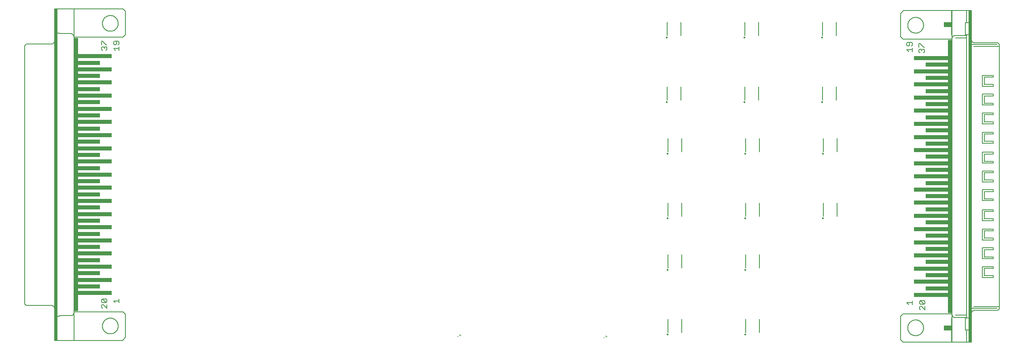
<source format=gto>
G75*
%MOIN*%
%OFA0B0*%
%FSLAX25Y25*%
%IPPOS*%
%LPD*%
%AMOC8*
5,1,8,0,0,1.08239X$1,22.5*
%
%ADD10C,0.00800*%
%ADD11C,0.01575*%
%ADD12C,0.00600*%
%ADD13C,0.00500*%
%ADD14R,0.03000X2.25000*%
%ADD15R,0.02000X2.74000*%
%ADD16R,0.28500X0.03200*%
%ADD17R,0.18500X0.03200*%
%ADD18R,0.09500X0.01000*%
%ADD19R,0.06500X0.04000*%
%ADD20C,0.00250*%
%ADD21C,0.00984*%
D10*
X0590485Y0017038D02*
X0590485Y0028062D01*
X0601705Y0028062D02*
X0601705Y0017038D01*
X0654485Y0017038D02*
X0654485Y0028062D01*
X0665705Y0028062D02*
X0665705Y0017038D01*
X0665705Y0070538D02*
X0665705Y0081562D01*
X0654485Y0081562D02*
X0654485Y0070538D01*
X0601705Y0070538D02*
X0601705Y0081562D01*
X0590485Y0081562D02*
X0590485Y0070538D01*
X0590485Y0113038D02*
X0590485Y0124062D01*
X0601705Y0124062D02*
X0601705Y0113038D01*
X0654485Y0113038D02*
X0654485Y0124062D01*
X0665705Y0124062D02*
X0665705Y0113038D01*
X0718485Y0113038D02*
X0718485Y0124062D01*
X0729705Y0124062D02*
X0729705Y0113038D01*
X0729705Y0166538D02*
X0729705Y0177562D01*
X0718485Y0177562D02*
X0718485Y0166538D01*
X0665705Y0166538D02*
X0665705Y0177562D01*
X0654485Y0177562D02*
X0654485Y0166538D01*
X0601705Y0166538D02*
X0601705Y0177562D01*
X0590485Y0177562D02*
X0590485Y0166538D01*
X0589985Y0209038D02*
X0589985Y0220062D01*
X0601205Y0220062D02*
X0601205Y0209038D01*
X0653985Y0209038D02*
X0653985Y0220062D01*
X0665205Y0220062D02*
X0665205Y0209038D01*
X0717985Y0209038D02*
X0717985Y0220062D01*
X0729205Y0220062D02*
X0729205Y0209038D01*
X0729205Y0262538D02*
X0729205Y0273562D01*
X0717985Y0273562D02*
X0717985Y0262538D01*
X0665205Y0262538D02*
X0665205Y0273562D01*
X0653985Y0273562D02*
X0653985Y0262538D01*
X0601205Y0262538D02*
X0601205Y0273562D01*
X0589985Y0273562D02*
X0589985Y0262538D01*
D11*
X0589690Y0260963D03*
X0653690Y0260963D03*
X0717690Y0260963D03*
X0717690Y0207463D03*
X0653690Y0207463D03*
X0589690Y0207463D03*
X0590190Y0164963D03*
X0654190Y0164963D03*
X0718190Y0164963D03*
X0718190Y0111463D03*
X0654190Y0111463D03*
X0590190Y0111463D03*
X0590190Y0068963D03*
X0654190Y0068963D03*
X0654190Y0015463D03*
X0590190Y0015463D03*
D12*
X0085095Y0010550D02*
X0085095Y0041050D01*
X0085095Y0254050D01*
X0085095Y0284550D01*
X0087095Y0284550D01*
X0087095Y0274550D01*
X0087095Y0264550D01*
X0089095Y0264550D01*
X0089095Y0264050D01*
X0098595Y0264050D01*
X0098693Y0264048D01*
X0098791Y0264042D01*
X0098889Y0264033D01*
X0098986Y0264019D01*
X0099083Y0264002D01*
X0099179Y0263981D01*
X0099274Y0263956D01*
X0099368Y0263928D01*
X0099460Y0263895D01*
X0099552Y0263860D01*
X0099642Y0263820D01*
X0099730Y0263778D01*
X0099817Y0263731D01*
X0099901Y0263682D01*
X0099984Y0263629D01*
X0100064Y0263573D01*
X0100143Y0263513D01*
X0100219Y0263451D01*
X0100292Y0263386D01*
X0100363Y0263318D01*
X0100431Y0263247D01*
X0100496Y0263174D01*
X0100558Y0263098D01*
X0100618Y0263019D01*
X0100674Y0262939D01*
X0100727Y0262856D01*
X0100776Y0262772D01*
X0100823Y0262685D01*
X0100865Y0262597D01*
X0100905Y0262507D01*
X0100940Y0262415D01*
X0100973Y0262323D01*
X0101001Y0262229D01*
X0101026Y0262134D01*
X0101047Y0262038D01*
X0101064Y0261941D01*
X0101078Y0261844D01*
X0101087Y0261746D01*
X0101093Y0261648D01*
X0101095Y0261550D01*
X0101095Y0261050D02*
X0141595Y0261050D01*
X0143595Y0263050D01*
X0143595Y0282550D01*
X0141595Y0284550D01*
X0101595Y0284550D01*
X0101095Y0284550D01*
X0101095Y0264550D01*
X0101095Y0261050D01*
X0101095Y0260050D01*
X0104095Y0260050D01*
X0104095Y0035050D01*
X0101095Y0035050D01*
X0101095Y0260050D01*
X0087095Y0264550D02*
X0087095Y0030550D01*
X0089095Y0030550D01*
X0089095Y0031050D01*
X0098595Y0031050D01*
X0098693Y0031052D01*
X0098791Y0031058D01*
X0098889Y0031067D01*
X0098986Y0031081D01*
X0099083Y0031098D01*
X0099179Y0031119D01*
X0099274Y0031144D01*
X0099368Y0031172D01*
X0099460Y0031205D01*
X0099552Y0031240D01*
X0099642Y0031280D01*
X0099730Y0031322D01*
X0099817Y0031369D01*
X0099901Y0031418D01*
X0099984Y0031471D01*
X0100064Y0031527D01*
X0100143Y0031587D01*
X0100219Y0031649D01*
X0100292Y0031714D01*
X0100363Y0031782D01*
X0100431Y0031853D01*
X0100496Y0031926D01*
X0100558Y0032002D01*
X0100618Y0032081D01*
X0100674Y0032161D01*
X0100727Y0032244D01*
X0100776Y0032328D01*
X0100823Y0032415D01*
X0100865Y0032503D01*
X0100905Y0032593D01*
X0100940Y0032685D01*
X0100973Y0032777D01*
X0101001Y0032871D01*
X0101026Y0032966D01*
X0101047Y0033062D01*
X0101064Y0033159D01*
X0101078Y0033256D01*
X0101087Y0033354D01*
X0101093Y0033452D01*
X0101095Y0033550D01*
X0101095Y0034050D02*
X0141595Y0034050D01*
X0143595Y0032050D01*
X0143595Y0013050D01*
X0141095Y0010550D01*
X0101595Y0010550D01*
X0101095Y0010550D01*
X0089095Y0010550D01*
X0087095Y0010550D01*
X0087095Y0020550D01*
X0087095Y0030550D01*
X0085095Y0037050D02*
X0085093Y0037148D01*
X0085087Y0037246D01*
X0085078Y0037344D01*
X0085064Y0037441D01*
X0085047Y0037538D01*
X0085026Y0037634D01*
X0085001Y0037729D01*
X0084973Y0037823D01*
X0084940Y0037915D01*
X0084905Y0038007D01*
X0084865Y0038097D01*
X0084823Y0038185D01*
X0084776Y0038272D01*
X0084727Y0038356D01*
X0084674Y0038439D01*
X0084618Y0038519D01*
X0084558Y0038598D01*
X0084496Y0038674D01*
X0084431Y0038747D01*
X0084363Y0038818D01*
X0084292Y0038886D01*
X0084219Y0038951D01*
X0084143Y0039013D01*
X0084064Y0039073D01*
X0083984Y0039129D01*
X0083901Y0039182D01*
X0083817Y0039231D01*
X0083730Y0039278D01*
X0083642Y0039320D01*
X0083552Y0039360D01*
X0083460Y0039395D01*
X0083368Y0039428D01*
X0083274Y0039456D01*
X0083179Y0039481D01*
X0083083Y0039502D01*
X0082986Y0039519D01*
X0082889Y0039533D01*
X0082791Y0039542D01*
X0082693Y0039548D01*
X0082595Y0039550D01*
X0062595Y0039550D01*
X0062508Y0039552D01*
X0062421Y0039558D01*
X0062334Y0039567D01*
X0062248Y0039580D01*
X0062162Y0039597D01*
X0062077Y0039618D01*
X0061994Y0039643D01*
X0061911Y0039671D01*
X0061830Y0039702D01*
X0061750Y0039737D01*
X0061672Y0039776D01*
X0061595Y0039818D01*
X0061520Y0039863D01*
X0061448Y0039912D01*
X0061377Y0039963D01*
X0061309Y0040018D01*
X0061244Y0040075D01*
X0061181Y0040136D01*
X0061120Y0040199D01*
X0061063Y0040264D01*
X0061008Y0040332D01*
X0060957Y0040403D01*
X0060908Y0040475D01*
X0060863Y0040550D01*
X0060821Y0040627D01*
X0060782Y0040705D01*
X0060747Y0040785D01*
X0060716Y0040866D01*
X0060688Y0040949D01*
X0060663Y0041032D01*
X0060642Y0041117D01*
X0060625Y0041203D01*
X0060612Y0041289D01*
X0060603Y0041376D01*
X0060597Y0041463D01*
X0060595Y0041550D01*
X0060595Y0042550D01*
X0060595Y0252550D01*
X0060595Y0253550D01*
X0060597Y0253637D01*
X0060603Y0253724D01*
X0060612Y0253811D01*
X0060625Y0253897D01*
X0060642Y0253983D01*
X0060663Y0254068D01*
X0060688Y0254151D01*
X0060716Y0254234D01*
X0060747Y0254315D01*
X0060782Y0254395D01*
X0060821Y0254473D01*
X0060863Y0254550D01*
X0060908Y0254625D01*
X0060957Y0254697D01*
X0061008Y0254768D01*
X0061063Y0254836D01*
X0061120Y0254901D01*
X0061181Y0254964D01*
X0061244Y0255025D01*
X0061309Y0255082D01*
X0061377Y0255137D01*
X0061448Y0255188D01*
X0061520Y0255237D01*
X0061595Y0255282D01*
X0061672Y0255324D01*
X0061750Y0255363D01*
X0061830Y0255398D01*
X0061911Y0255429D01*
X0061994Y0255457D01*
X0062077Y0255482D01*
X0062162Y0255503D01*
X0062248Y0255520D01*
X0062334Y0255533D01*
X0062421Y0255542D01*
X0062508Y0255548D01*
X0062595Y0255550D01*
X0082595Y0255550D01*
X0082693Y0255552D01*
X0082791Y0255558D01*
X0082889Y0255567D01*
X0082986Y0255581D01*
X0083083Y0255598D01*
X0083179Y0255619D01*
X0083274Y0255644D01*
X0083368Y0255672D01*
X0083460Y0255705D01*
X0083552Y0255740D01*
X0083642Y0255780D01*
X0083730Y0255822D01*
X0083817Y0255869D01*
X0083901Y0255918D01*
X0083984Y0255971D01*
X0084064Y0256027D01*
X0084143Y0256087D01*
X0084219Y0256149D01*
X0084292Y0256214D01*
X0084363Y0256282D01*
X0084431Y0256353D01*
X0084496Y0256426D01*
X0084558Y0256502D01*
X0084618Y0256581D01*
X0084674Y0256661D01*
X0084727Y0256744D01*
X0084776Y0256828D01*
X0084823Y0256915D01*
X0084865Y0257003D01*
X0084905Y0257093D01*
X0084940Y0257185D01*
X0084973Y0257277D01*
X0085001Y0257371D01*
X0085026Y0257466D01*
X0085047Y0257562D01*
X0085064Y0257659D01*
X0085078Y0257756D01*
X0085087Y0257854D01*
X0085093Y0257952D01*
X0085095Y0258050D01*
X0124595Y0272550D02*
X0124597Y0272711D01*
X0124603Y0272871D01*
X0124613Y0273032D01*
X0124627Y0273192D01*
X0124645Y0273352D01*
X0124666Y0273511D01*
X0124692Y0273670D01*
X0124722Y0273828D01*
X0124755Y0273985D01*
X0124793Y0274142D01*
X0124834Y0274297D01*
X0124879Y0274451D01*
X0124928Y0274604D01*
X0124981Y0274756D01*
X0125037Y0274907D01*
X0125098Y0275056D01*
X0125161Y0275204D01*
X0125229Y0275350D01*
X0125300Y0275494D01*
X0125374Y0275636D01*
X0125452Y0275777D01*
X0125534Y0275915D01*
X0125619Y0276052D01*
X0125707Y0276186D01*
X0125799Y0276318D01*
X0125894Y0276448D01*
X0125992Y0276576D01*
X0126093Y0276701D01*
X0126197Y0276823D01*
X0126304Y0276943D01*
X0126414Y0277060D01*
X0126527Y0277175D01*
X0126643Y0277286D01*
X0126762Y0277395D01*
X0126883Y0277500D01*
X0127007Y0277603D01*
X0127133Y0277703D01*
X0127261Y0277799D01*
X0127392Y0277892D01*
X0127526Y0277982D01*
X0127661Y0278069D01*
X0127799Y0278152D01*
X0127938Y0278232D01*
X0128080Y0278308D01*
X0128223Y0278381D01*
X0128368Y0278450D01*
X0128515Y0278516D01*
X0128663Y0278578D01*
X0128813Y0278636D01*
X0128964Y0278691D01*
X0129117Y0278742D01*
X0129271Y0278789D01*
X0129426Y0278832D01*
X0129582Y0278871D01*
X0129738Y0278907D01*
X0129896Y0278938D01*
X0130054Y0278966D01*
X0130213Y0278990D01*
X0130373Y0279010D01*
X0130533Y0279026D01*
X0130693Y0279038D01*
X0130854Y0279046D01*
X0131015Y0279050D01*
X0131175Y0279050D01*
X0131336Y0279046D01*
X0131497Y0279038D01*
X0131657Y0279026D01*
X0131817Y0279010D01*
X0131977Y0278990D01*
X0132136Y0278966D01*
X0132294Y0278938D01*
X0132452Y0278907D01*
X0132608Y0278871D01*
X0132764Y0278832D01*
X0132919Y0278789D01*
X0133073Y0278742D01*
X0133226Y0278691D01*
X0133377Y0278636D01*
X0133527Y0278578D01*
X0133675Y0278516D01*
X0133822Y0278450D01*
X0133967Y0278381D01*
X0134110Y0278308D01*
X0134252Y0278232D01*
X0134391Y0278152D01*
X0134529Y0278069D01*
X0134664Y0277982D01*
X0134798Y0277892D01*
X0134929Y0277799D01*
X0135057Y0277703D01*
X0135183Y0277603D01*
X0135307Y0277500D01*
X0135428Y0277395D01*
X0135547Y0277286D01*
X0135663Y0277175D01*
X0135776Y0277060D01*
X0135886Y0276943D01*
X0135993Y0276823D01*
X0136097Y0276701D01*
X0136198Y0276576D01*
X0136296Y0276448D01*
X0136391Y0276318D01*
X0136483Y0276186D01*
X0136571Y0276052D01*
X0136656Y0275915D01*
X0136738Y0275777D01*
X0136816Y0275636D01*
X0136890Y0275494D01*
X0136961Y0275350D01*
X0137029Y0275204D01*
X0137092Y0275056D01*
X0137153Y0274907D01*
X0137209Y0274756D01*
X0137262Y0274604D01*
X0137311Y0274451D01*
X0137356Y0274297D01*
X0137397Y0274142D01*
X0137435Y0273985D01*
X0137468Y0273828D01*
X0137498Y0273670D01*
X0137524Y0273511D01*
X0137545Y0273352D01*
X0137563Y0273192D01*
X0137577Y0273032D01*
X0137587Y0272871D01*
X0137593Y0272711D01*
X0137595Y0272550D01*
X0137593Y0272389D01*
X0137587Y0272229D01*
X0137577Y0272068D01*
X0137563Y0271908D01*
X0137545Y0271748D01*
X0137524Y0271589D01*
X0137498Y0271430D01*
X0137468Y0271272D01*
X0137435Y0271115D01*
X0137397Y0270958D01*
X0137356Y0270803D01*
X0137311Y0270649D01*
X0137262Y0270496D01*
X0137209Y0270344D01*
X0137153Y0270193D01*
X0137092Y0270044D01*
X0137029Y0269896D01*
X0136961Y0269750D01*
X0136890Y0269606D01*
X0136816Y0269464D01*
X0136738Y0269323D01*
X0136656Y0269185D01*
X0136571Y0269048D01*
X0136483Y0268914D01*
X0136391Y0268782D01*
X0136296Y0268652D01*
X0136198Y0268524D01*
X0136097Y0268399D01*
X0135993Y0268277D01*
X0135886Y0268157D01*
X0135776Y0268040D01*
X0135663Y0267925D01*
X0135547Y0267814D01*
X0135428Y0267705D01*
X0135307Y0267600D01*
X0135183Y0267497D01*
X0135057Y0267397D01*
X0134929Y0267301D01*
X0134798Y0267208D01*
X0134664Y0267118D01*
X0134529Y0267031D01*
X0134391Y0266948D01*
X0134252Y0266868D01*
X0134110Y0266792D01*
X0133967Y0266719D01*
X0133822Y0266650D01*
X0133675Y0266584D01*
X0133527Y0266522D01*
X0133377Y0266464D01*
X0133226Y0266409D01*
X0133073Y0266358D01*
X0132919Y0266311D01*
X0132764Y0266268D01*
X0132608Y0266229D01*
X0132452Y0266193D01*
X0132294Y0266162D01*
X0132136Y0266134D01*
X0131977Y0266110D01*
X0131817Y0266090D01*
X0131657Y0266074D01*
X0131497Y0266062D01*
X0131336Y0266054D01*
X0131175Y0266050D01*
X0131015Y0266050D01*
X0130854Y0266054D01*
X0130693Y0266062D01*
X0130533Y0266074D01*
X0130373Y0266090D01*
X0130213Y0266110D01*
X0130054Y0266134D01*
X0129896Y0266162D01*
X0129738Y0266193D01*
X0129582Y0266229D01*
X0129426Y0266268D01*
X0129271Y0266311D01*
X0129117Y0266358D01*
X0128964Y0266409D01*
X0128813Y0266464D01*
X0128663Y0266522D01*
X0128515Y0266584D01*
X0128368Y0266650D01*
X0128223Y0266719D01*
X0128080Y0266792D01*
X0127938Y0266868D01*
X0127799Y0266948D01*
X0127661Y0267031D01*
X0127526Y0267118D01*
X0127392Y0267208D01*
X0127261Y0267301D01*
X0127133Y0267397D01*
X0127007Y0267497D01*
X0126883Y0267600D01*
X0126762Y0267705D01*
X0126643Y0267814D01*
X0126527Y0267925D01*
X0126414Y0268040D01*
X0126304Y0268157D01*
X0126197Y0268277D01*
X0126093Y0268399D01*
X0125992Y0268524D01*
X0125894Y0268652D01*
X0125799Y0268782D01*
X0125707Y0268914D01*
X0125619Y0269048D01*
X0125534Y0269185D01*
X0125452Y0269323D01*
X0125374Y0269464D01*
X0125300Y0269606D01*
X0125229Y0269750D01*
X0125161Y0269896D01*
X0125098Y0270044D01*
X0125037Y0270193D01*
X0124981Y0270344D01*
X0124928Y0270496D01*
X0124879Y0270649D01*
X0124834Y0270803D01*
X0124793Y0270958D01*
X0124755Y0271115D01*
X0124722Y0271272D01*
X0124692Y0271430D01*
X0124666Y0271589D01*
X0124645Y0271748D01*
X0124627Y0271908D01*
X0124613Y0272068D01*
X0124603Y0272229D01*
X0124597Y0272389D01*
X0124595Y0272550D01*
X0101095Y0284550D02*
X0089095Y0284550D01*
X0087095Y0284550D01*
X0101095Y0035050D02*
X0101095Y0034050D01*
X0101095Y0030550D01*
X0101095Y0010550D01*
X0087095Y0010550D02*
X0085095Y0010550D01*
X0124595Y0022550D02*
X0124597Y0022711D01*
X0124603Y0022871D01*
X0124613Y0023032D01*
X0124627Y0023192D01*
X0124645Y0023352D01*
X0124666Y0023511D01*
X0124692Y0023670D01*
X0124722Y0023828D01*
X0124755Y0023985D01*
X0124793Y0024142D01*
X0124834Y0024297D01*
X0124879Y0024451D01*
X0124928Y0024604D01*
X0124981Y0024756D01*
X0125037Y0024907D01*
X0125098Y0025056D01*
X0125161Y0025204D01*
X0125229Y0025350D01*
X0125300Y0025494D01*
X0125374Y0025636D01*
X0125452Y0025777D01*
X0125534Y0025915D01*
X0125619Y0026052D01*
X0125707Y0026186D01*
X0125799Y0026318D01*
X0125894Y0026448D01*
X0125992Y0026576D01*
X0126093Y0026701D01*
X0126197Y0026823D01*
X0126304Y0026943D01*
X0126414Y0027060D01*
X0126527Y0027175D01*
X0126643Y0027286D01*
X0126762Y0027395D01*
X0126883Y0027500D01*
X0127007Y0027603D01*
X0127133Y0027703D01*
X0127261Y0027799D01*
X0127392Y0027892D01*
X0127526Y0027982D01*
X0127661Y0028069D01*
X0127799Y0028152D01*
X0127938Y0028232D01*
X0128080Y0028308D01*
X0128223Y0028381D01*
X0128368Y0028450D01*
X0128515Y0028516D01*
X0128663Y0028578D01*
X0128813Y0028636D01*
X0128964Y0028691D01*
X0129117Y0028742D01*
X0129271Y0028789D01*
X0129426Y0028832D01*
X0129582Y0028871D01*
X0129738Y0028907D01*
X0129896Y0028938D01*
X0130054Y0028966D01*
X0130213Y0028990D01*
X0130373Y0029010D01*
X0130533Y0029026D01*
X0130693Y0029038D01*
X0130854Y0029046D01*
X0131015Y0029050D01*
X0131175Y0029050D01*
X0131336Y0029046D01*
X0131497Y0029038D01*
X0131657Y0029026D01*
X0131817Y0029010D01*
X0131977Y0028990D01*
X0132136Y0028966D01*
X0132294Y0028938D01*
X0132452Y0028907D01*
X0132608Y0028871D01*
X0132764Y0028832D01*
X0132919Y0028789D01*
X0133073Y0028742D01*
X0133226Y0028691D01*
X0133377Y0028636D01*
X0133527Y0028578D01*
X0133675Y0028516D01*
X0133822Y0028450D01*
X0133967Y0028381D01*
X0134110Y0028308D01*
X0134252Y0028232D01*
X0134391Y0028152D01*
X0134529Y0028069D01*
X0134664Y0027982D01*
X0134798Y0027892D01*
X0134929Y0027799D01*
X0135057Y0027703D01*
X0135183Y0027603D01*
X0135307Y0027500D01*
X0135428Y0027395D01*
X0135547Y0027286D01*
X0135663Y0027175D01*
X0135776Y0027060D01*
X0135886Y0026943D01*
X0135993Y0026823D01*
X0136097Y0026701D01*
X0136198Y0026576D01*
X0136296Y0026448D01*
X0136391Y0026318D01*
X0136483Y0026186D01*
X0136571Y0026052D01*
X0136656Y0025915D01*
X0136738Y0025777D01*
X0136816Y0025636D01*
X0136890Y0025494D01*
X0136961Y0025350D01*
X0137029Y0025204D01*
X0137092Y0025056D01*
X0137153Y0024907D01*
X0137209Y0024756D01*
X0137262Y0024604D01*
X0137311Y0024451D01*
X0137356Y0024297D01*
X0137397Y0024142D01*
X0137435Y0023985D01*
X0137468Y0023828D01*
X0137498Y0023670D01*
X0137524Y0023511D01*
X0137545Y0023352D01*
X0137563Y0023192D01*
X0137577Y0023032D01*
X0137587Y0022871D01*
X0137593Y0022711D01*
X0137595Y0022550D01*
X0137593Y0022389D01*
X0137587Y0022229D01*
X0137577Y0022068D01*
X0137563Y0021908D01*
X0137545Y0021748D01*
X0137524Y0021589D01*
X0137498Y0021430D01*
X0137468Y0021272D01*
X0137435Y0021115D01*
X0137397Y0020958D01*
X0137356Y0020803D01*
X0137311Y0020649D01*
X0137262Y0020496D01*
X0137209Y0020344D01*
X0137153Y0020193D01*
X0137092Y0020044D01*
X0137029Y0019896D01*
X0136961Y0019750D01*
X0136890Y0019606D01*
X0136816Y0019464D01*
X0136738Y0019323D01*
X0136656Y0019185D01*
X0136571Y0019048D01*
X0136483Y0018914D01*
X0136391Y0018782D01*
X0136296Y0018652D01*
X0136198Y0018524D01*
X0136097Y0018399D01*
X0135993Y0018277D01*
X0135886Y0018157D01*
X0135776Y0018040D01*
X0135663Y0017925D01*
X0135547Y0017814D01*
X0135428Y0017705D01*
X0135307Y0017600D01*
X0135183Y0017497D01*
X0135057Y0017397D01*
X0134929Y0017301D01*
X0134798Y0017208D01*
X0134664Y0017118D01*
X0134529Y0017031D01*
X0134391Y0016948D01*
X0134252Y0016868D01*
X0134110Y0016792D01*
X0133967Y0016719D01*
X0133822Y0016650D01*
X0133675Y0016584D01*
X0133527Y0016522D01*
X0133377Y0016464D01*
X0133226Y0016409D01*
X0133073Y0016358D01*
X0132919Y0016311D01*
X0132764Y0016268D01*
X0132608Y0016229D01*
X0132452Y0016193D01*
X0132294Y0016162D01*
X0132136Y0016134D01*
X0131977Y0016110D01*
X0131817Y0016090D01*
X0131657Y0016074D01*
X0131497Y0016062D01*
X0131336Y0016054D01*
X0131175Y0016050D01*
X0131015Y0016050D01*
X0130854Y0016054D01*
X0130693Y0016062D01*
X0130533Y0016074D01*
X0130373Y0016090D01*
X0130213Y0016110D01*
X0130054Y0016134D01*
X0129896Y0016162D01*
X0129738Y0016193D01*
X0129582Y0016229D01*
X0129426Y0016268D01*
X0129271Y0016311D01*
X0129117Y0016358D01*
X0128964Y0016409D01*
X0128813Y0016464D01*
X0128663Y0016522D01*
X0128515Y0016584D01*
X0128368Y0016650D01*
X0128223Y0016719D01*
X0128080Y0016792D01*
X0127938Y0016868D01*
X0127799Y0016948D01*
X0127661Y0017031D01*
X0127526Y0017118D01*
X0127392Y0017208D01*
X0127261Y0017301D01*
X0127133Y0017397D01*
X0127007Y0017497D01*
X0126883Y0017600D01*
X0126762Y0017705D01*
X0126643Y0017814D01*
X0126527Y0017925D01*
X0126414Y0018040D01*
X0126304Y0018157D01*
X0126197Y0018277D01*
X0126093Y0018399D01*
X0125992Y0018524D01*
X0125894Y0018652D01*
X0125799Y0018782D01*
X0125707Y0018914D01*
X0125619Y0019048D01*
X0125534Y0019185D01*
X0125452Y0019323D01*
X0125374Y0019464D01*
X0125300Y0019606D01*
X0125229Y0019750D01*
X0125161Y0019896D01*
X0125098Y0020044D01*
X0125037Y0020193D01*
X0124981Y0020344D01*
X0124928Y0020496D01*
X0124879Y0020649D01*
X0124834Y0020803D01*
X0124793Y0020958D01*
X0124755Y0021115D01*
X0124722Y0021272D01*
X0124692Y0021430D01*
X0124666Y0021589D01*
X0124645Y0021748D01*
X0124627Y0021908D01*
X0124613Y0022068D01*
X0124603Y0022229D01*
X0124597Y0022389D01*
X0124595Y0022550D01*
X0782095Y0030550D02*
X0782095Y0011050D01*
X0784095Y0009050D01*
X0824095Y0009050D01*
X0824095Y0029050D01*
X0824595Y0029050D01*
X0824595Y0009050D01*
X0824095Y0009050D01*
X0824595Y0009050D02*
X0836595Y0009050D01*
X0836595Y0019050D01*
X0835595Y0019050D01*
X0835595Y0029050D01*
X0836595Y0029050D01*
X0836595Y0029550D01*
X0827095Y0029550D01*
X0826997Y0029552D01*
X0826899Y0029558D01*
X0826801Y0029567D01*
X0826704Y0029581D01*
X0826607Y0029598D01*
X0826511Y0029619D01*
X0826416Y0029644D01*
X0826322Y0029672D01*
X0826230Y0029705D01*
X0826138Y0029740D01*
X0826048Y0029780D01*
X0825960Y0029822D01*
X0825873Y0029869D01*
X0825789Y0029918D01*
X0825706Y0029971D01*
X0825626Y0030027D01*
X0825547Y0030087D01*
X0825471Y0030149D01*
X0825398Y0030214D01*
X0825327Y0030282D01*
X0825259Y0030353D01*
X0825194Y0030426D01*
X0825132Y0030502D01*
X0825072Y0030581D01*
X0825016Y0030661D01*
X0824963Y0030744D01*
X0824914Y0030828D01*
X0824867Y0030915D01*
X0824825Y0031003D01*
X0824785Y0031093D01*
X0824750Y0031185D01*
X0824717Y0031277D01*
X0824689Y0031371D01*
X0824664Y0031466D01*
X0824643Y0031562D01*
X0824626Y0031659D01*
X0824612Y0031756D01*
X0824603Y0031854D01*
X0824597Y0031952D01*
X0824595Y0032050D01*
X0824595Y0032550D02*
X0784095Y0032550D01*
X0782095Y0030550D01*
X0788095Y0021050D02*
X0788097Y0021211D01*
X0788103Y0021371D01*
X0788113Y0021532D01*
X0788127Y0021692D01*
X0788145Y0021852D01*
X0788166Y0022011D01*
X0788192Y0022170D01*
X0788222Y0022328D01*
X0788255Y0022485D01*
X0788293Y0022642D01*
X0788334Y0022797D01*
X0788379Y0022951D01*
X0788428Y0023104D01*
X0788481Y0023256D01*
X0788537Y0023407D01*
X0788598Y0023556D01*
X0788661Y0023704D01*
X0788729Y0023850D01*
X0788800Y0023994D01*
X0788874Y0024136D01*
X0788952Y0024277D01*
X0789034Y0024415D01*
X0789119Y0024552D01*
X0789207Y0024686D01*
X0789299Y0024818D01*
X0789394Y0024948D01*
X0789492Y0025076D01*
X0789593Y0025201D01*
X0789697Y0025323D01*
X0789804Y0025443D01*
X0789914Y0025560D01*
X0790027Y0025675D01*
X0790143Y0025786D01*
X0790262Y0025895D01*
X0790383Y0026000D01*
X0790507Y0026103D01*
X0790633Y0026203D01*
X0790761Y0026299D01*
X0790892Y0026392D01*
X0791026Y0026482D01*
X0791161Y0026569D01*
X0791299Y0026652D01*
X0791438Y0026732D01*
X0791580Y0026808D01*
X0791723Y0026881D01*
X0791868Y0026950D01*
X0792015Y0027016D01*
X0792163Y0027078D01*
X0792313Y0027136D01*
X0792464Y0027191D01*
X0792617Y0027242D01*
X0792771Y0027289D01*
X0792926Y0027332D01*
X0793082Y0027371D01*
X0793238Y0027407D01*
X0793396Y0027438D01*
X0793554Y0027466D01*
X0793713Y0027490D01*
X0793873Y0027510D01*
X0794033Y0027526D01*
X0794193Y0027538D01*
X0794354Y0027546D01*
X0794515Y0027550D01*
X0794675Y0027550D01*
X0794836Y0027546D01*
X0794997Y0027538D01*
X0795157Y0027526D01*
X0795317Y0027510D01*
X0795477Y0027490D01*
X0795636Y0027466D01*
X0795794Y0027438D01*
X0795952Y0027407D01*
X0796108Y0027371D01*
X0796264Y0027332D01*
X0796419Y0027289D01*
X0796573Y0027242D01*
X0796726Y0027191D01*
X0796877Y0027136D01*
X0797027Y0027078D01*
X0797175Y0027016D01*
X0797322Y0026950D01*
X0797467Y0026881D01*
X0797610Y0026808D01*
X0797752Y0026732D01*
X0797891Y0026652D01*
X0798029Y0026569D01*
X0798164Y0026482D01*
X0798298Y0026392D01*
X0798429Y0026299D01*
X0798557Y0026203D01*
X0798683Y0026103D01*
X0798807Y0026000D01*
X0798928Y0025895D01*
X0799047Y0025786D01*
X0799163Y0025675D01*
X0799276Y0025560D01*
X0799386Y0025443D01*
X0799493Y0025323D01*
X0799597Y0025201D01*
X0799698Y0025076D01*
X0799796Y0024948D01*
X0799891Y0024818D01*
X0799983Y0024686D01*
X0800071Y0024552D01*
X0800156Y0024415D01*
X0800238Y0024277D01*
X0800316Y0024136D01*
X0800390Y0023994D01*
X0800461Y0023850D01*
X0800529Y0023704D01*
X0800592Y0023556D01*
X0800653Y0023407D01*
X0800709Y0023256D01*
X0800762Y0023104D01*
X0800811Y0022951D01*
X0800856Y0022797D01*
X0800897Y0022642D01*
X0800935Y0022485D01*
X0800968Y0022328D01*
X0800998Y0022170D01*
X0801024Y0022011D01*
X0801045Y0021852D01*
X0801063Y0021692D01*
X0801077Y0021532D01*
X0801087Y0021371D01*
X0801093Y0021211D01*
X0801095Y0021050D01*
X0801093Y0020889D01*
X0801087Y0020729D01*
X0801077Y0020568D01*
X0801063Y0020408D01*
X0801045Y0020248D01*
X0801024Y0020089D01*
X0800998Y0019930D01*
X0800968Y0019772D01*
X0800935Y0019615D01*
X0800897Y0019458D01*
X0800856Y0019303D01*
X0800811Y0019149D01*
X0800762Y0018996D01*
X0800709Y0018844D01*
X0800653Y0018693D01*
X0800592Y0018544D01*
X0800529Y0018396D01*
X0800461Y0018250D01*
X0800390Y0018106D01*
X0800316Y0017964D01*
X0800238Y0017823D01*
X0800156Y0017685D01*
X0800071Y0017548D01*
X0799983Y0017414D01*
X0799891Y0017282D01*
X0799796Y0017152D01*
X0799698Y0017024D01*
X0799597Y0016899D01*
X0799493Y0016777D01*
X0799386Y0016657D01*
X0799276Y0016540D01*
X0799163Y0016425D01*
X0799047Y0016314D01*
X0798928Y0016205D01*
X0798807Y0016100D01*
X0798683Y0015997D01*
X0798557Y0015897D01*
X0798429Y0015801D01*
X0798298Y0015708D01*
X0798164Y0015618D01*
X0798029Y0015531D01*
X0797891Y0015448D01*
X0797752Y0015368D01*
X0797610Y0015292D01*
X0797467Y0015219D01*
X0797322Y0015150D01*
X0797175Y0015084D01*
X0797027Y0015022D01*
X0796877Y0014964D01*
X0796726Y0014909D01*
X0796573Y0014858D01*
X0796419Y0014811D01*
X0796264Y0014768D01*
X0796108Y0014729D01*
X0795952Y0014693D01*
X0795794Y0014662D01*
X0795636Y0014634D01*
X0795477Y0014610D01*
X0795317Y0014590D01*
X0795157Y0014574D01*
X0794997Y0014562D01*
X0794836Y0014554D01*
X0794675Y0014550D01*
X0794515Y0014550D01*
X0794354Y0014554D01*
X0794193Y0014562D01*
X0794033Y0014574D01*
X0793873Y0014590D01*
X0793713Y0014610D01*
X0793554Y0014634D01*
X0793396Y0014662D01*
X0793238Y0014693D01*
X0793082Y0014729D01*
X0792926Y0014768D01*
X0792771Y0014811D01*
X0792617Y0014858D01*
X0792464Y0014909D01*
X0792313Y0014964D01*
X0792163Y0015022D01*
X0792015Y0015084D01*
X0791868Y0015150D01*
X0791723Y0015219D01*
X0791580Y0015292D01*
X0791438Y0015368D01*
X0791299Y0015448D01*
X0791161Y0015531D01*
X0791026Y0015618D01*
X0790892Y0015708D01*
X0790761Y0015801D01*
X0790633Y0015897D01*
X0790507Y0015997D01*
X0790383Y0016100D01*
X0790262Y0016205D01*
X0790143Y0016314D01*
X0790027Y0016425D01*
X0789914Y0016540D01*
X0789804Y0016657D01*
X0789697Y0016777D01*
X0789593Y0016899D01*
X0789492Y0017024D01*
X0789394Y0017152D01*
X0789299Y0017282D01*
X0789207Y0017414D01*
X0789119Y0017548D01*
X0789034Y0017685D01*
X0788952Y0017823D01*
X0788874Y0017964D01*
X0788800Y0018106D01*
X0788729Y0018250D01*
X0788661Y0018396D01*
X0788598Y0018544D01*
X0788537Y0018693D01*
X0788481Y0018844D01*
X0788428Y0018996D01*
X0788379Y0019149D01*
X0788334Y0019303D01*
X0788293Y0019458D01*
X0788255Y0019615D01*
X0788222Y0019772D01*
X0788192Y0019930D01*
X0788166Y0020089D01*
X0788145Y0020248D01*
X0788127Y0020408D01*
X0788113Y0020568D01*
X0788103Y0020729D01*
X0788097Y0020889D01*
X0788095Y0021050D01*
X0821595Y0033550D02*
X0824595Y0033550D01*
X0824595Y0032550D01*
X0824595Y0029050D01*
X0824595Y0033550D02*
X0824595Y0258550D01*
X0821595Y0258550D01*
X0821595Y0033550D01*
X0836595Y0029550D02*
X0836595Y0262550D01*
X0827095Y0262550D01*
X0826997Y0262548D01*
X0826899Y0262542D01*
X0826801Y0262533D01*
X0826704Y0262519D01*
X0826607Y0262502D01*
X0826511Y0262481D01*
X0826416Y0262456D01*
X0826322Y0262428D01*
X0826230Y0262395D01*
X0826138Y0262360D01*
X0826048Y0262320D01*
X0825960Y0262278D01*
X0825873Y0262231D01*
X0825789Y0262182D01*
X0825706Y0262129D01*
X0825626Y0262073D01*
X0825547Y0262013D01*
X0825471Y0261951D01*
X0825398Y0261886D01*
X0825327Y0261818D01*
X0825259Y0261747D01*
X0825194Y0261674D01*
X0825132Y0261598D01*
X0825072Y0261519D01*
X0825016Y0261439D01*
X0824963Y0261356D01*
X0824914Y0261272D01*
X0824867Y0261185D01*
X0824825Y0261097D01*
X0824785Y0261007D01*
X0824750Y0260915D01*
X0824717Y0260823D01*
X0824689Y0260729D01*
X0824664Y0260634D01*
X0824643Y0260538D01*
X0824626Y0260441D01*
X0824612Y0260344D01*
X0824603Y0260246D01*
X0824597Y0260148D01*
X0824595Y0260050D01*
X0824595Y0259550D02*
X0784095Y0259550D01*
X0782095Y0261550D01*
X0782095Y0280550D01*
X0784595Y0283050D01*
X0824095Y0283050D01*
X0824095Y0263050D01*
X0824595Y0263050D01*
X0824595Y0259550D01*
X0824595Y0258550D01*
X0824595Y0263050D02*
X0824595Y0283050D01*
X0824095Y0283050D01*
X0824595Y0283050D02*
X0836595Y0283050D01*
X0838595Y0283050D01*
X0838595Y0273050D01*
X0836595Y0273050D01*
X0835595Y0273050D01*
X0835595Y0263050D01*
X0836595Y0263050D01*
X0836595Y0262550D01*
X0836595Y0263050D02*
X0838595Y0263050D01*
X0838595Y0029050D01*
X0836595Y0029050D01*
X0838595Y0029050D02*
X0838595Y0019050D01*
X0838595Y0009050D01*
X0836595Y0009050D01*
X0838595Y0009050D02*
X0840595Y0009050D01*
X0840595Y0037050D01*
X0861595Y0037050D01*
X0861595Y0035550D02*
X0861682Y0035552D01*
X0861769Y0035558D01*
X0861856Y0035567D01*
X0861942Y0035580D01*
X0862028Y0035597D01*
X0862113Y0035618D01*
X0862196Y0035643D01*
X0862279Y0035671D01*
X0862360Y0035702D01*
X0862440Y0035737D01*
X0862518Y0035776D01*
X0862595Y0035818D01*
X0862670Y0035863D01*
X0862742Y0035912D01*
X0862813Y0035963D01*
X0862881Y0036018D01*
X0862946Y0036075D01*
X0863009Y0036136D01*
X0863070Y0036199D01*
X0863127Y0036264D01*
X0863182Y0036332D01*
X0863233Y0036403D01*
X0863282Y0036475D01*
X0863327Y0036550D01*
X0863369Y0036627D01*
X0863408Y0036705D01*
X0863443Y0036785D01*
X0863474Y0036866D01*
X0863502Y0036949D01*
X0863527Y0037032D01*
X0863548Y0037117D01*
X0863565Y0037203D01*
X0863578Y0037289D01*
X0863587Y0037376D01*
X0863593Y0037463D01*
X0863595Y0037550D01*
X0863595Y0038550D01*
X0863595Y0253550D01*
X0842595Y0253550D01*
X0840595Y0255050D02*
X0840595Y0283050D01*
X0838595Y0283050D01*
X0836595Y0283050D02*
X0836595Y0273050D01*
X0838595Y0273050D02*
X0838595Y0263050D01*
X0840595Y0259050D02*
X0840597Y0258952D01*
X0840603Y0258854D01*
X0840612Y0258756D01*
X0840626Y0258659D01*
X0840643Y0258562D01*
X0840664Y0258466D01*
X0840689Y0258371D01*
X0840717Y0258277D01*
X0840750Y0258185D01*
X0840785Y0258093D01*
X0840825Y0258003D01*
X0840867Y0257915D01*
X0840914Y0257828D01*
X0840963Y0257744D01*
X0841016Y0257661D01*
X0841072Y0257581D01*
X0841132Y0257502D01*
X0841194Y0257426D01*
X0841259Y0257353D01*
X0841327Y0257282D01*
X0841398Y0257214D01*
X0841471Y0257149D01*
X0841547Y0257087D01*
X0841626Y0257027D01*
X0841706Y0256971D01*
X0841789Y0256918D01*
X0841873Y0256869D01*
X0841960Y0256822D01*
X0842048Y0256780D01*
X0842138Y0256740D01*
X0842230Y0256705D01*
X0842322Y0256672D01*
X0842416Y0256644D01*
X0842511Y0256619D01*
X0842607Y0256598D01*
X0842704Y0256581D01*
X0842801Y0256567D01*
X0842899Y0256558D01*
X0842997Y0256552D01*
X0843095Y0256550D01*
X0861595Y0256550D01*
X0861595Y0255050D02*
X0840595Y0255050D01*
X0840595Y0037050D01*
X0842595Y0038550D02*
X0863595Y0038550D01*
X0861595Y0035550D02*
X0843095Y0035550D01*
X0842997Y0035548D01*
X0842899Y0035542D01*
X0842801Y0035533D01*
X0842704Y0035519D01*
X0842607Y0035502D01*
X0842511Y0035481D01*
X0842416Y0035456D01*
X0842322Y0035428D01*
X0842230Y0035395D01*
X0842138Y0035360D01*
X0842048Y0035320D01*
X0841960Y0035278D01*
X0841873Y0035231D01*
X0841789Y0035182D01*
X0841706Y0035129D01*
X0841626Y0035073D01*
X0841547Y0035013D01*
X0841471Y0034951D01*
X0841398Y0034886D01*
X0841327Y0034818D01*
X0841259Y0034747D01*
X0841194Y0034674D01*
X0841132Y0034598D01*
X0841072Y0034519D01*
X0841016Y0034439D01*
X0840963Y0034356D01*
X0840914Y0034272D01*
X0840867Y0034185D01*
X0840825Y0034097D01*
X0840785Y0034007D01*
X0840750Y0033915D01*
X0840717Y0033823D01*
X0840689Y0033729D01*
X0840664Y0033634D01*
X0840643Y0033538D01*
X0840626Y0033441D01*
X0840612Y0033344D01*
X0840603Y0033246D01*
X0840597Y0033148D01*
X0840595Y0033050D01*
X0838595Y0019050D02*
X0836595Y0019050D01*
X0849595Y0062550D02*
X0858595Y0062550D01*
X0858595Y0064050D01*
X0851095Y0064050D01*
X0851095Y0070050D01*
X0858595Y0070050D01*
X0858595Y0071550D01*
X0849595Y0071550D01*
X0849595Y0062550D01*
X0849595Y0078050D02*
X0858595Y0078050D01*
X0858595Y0079550D01*
X0851095Y0079550D01*
X0851095Y0085550D01*
X0858595Y0085550D01*
X0858595Y0087050D01*
X0849595Y0087050D01*
X0849595Y0078050D01*
X0849595Y0093550D02*
X0858595Y0093550D01*
X0858595Y0095050D01*
X0851095Y0095050D01*
X0851095Y0101050D01*
X0858595Y0101050D01*
X0858595Y0102550D01*
X0849595Y0102550D01*
X0849595Y0093550D01*
X0849595Y0109550D02*
X0858595Y0109550D01*
X0858595Y0111050D01*
X0851095Y0111050D01*
X0851095Y0117050D01*
X0858595Y0117050D01*
X0858595Y0118550D01*
X0849595Y0118550D01*
X0849595Y0109550D01*
X0849595Y0126050D02*
X0858595Y0126050D01*
X0858595Y0127550D01*
X0851095Y0127550D01*
X0851095Y0133550D01*
X0858595Y0133550D01*
X0858595Y0135050D01*
X0849595Y0135050D01*
X0849595Y0126050D01*
X0849595Y0141550D02*
X0858595Y0141550D01*
X0858595Y0143050D01*
X0851095Y0143050D01*
X0851095Y0149050D01*
X0858595Y0149050D01*
X0858595Y0150550D01*
X0849595Y0150550D01*
X0849595Y0141550D01*
X0849595Y0157050D02*
X0858595Y0157050D01*
X0858595Y0158550D01*
X0851095Y0158550D01*
X0851095Y0164550D01*
X0858595Y0164550D01*
X0858595Y0166050D01*
X0849595Y0166050D01*
X0849595Y0157050D01*
X0849595Y0173550D02*
X0858595Y0173550D01*
X0858595Y0175050D01*
X0851095Y0175050D01*
X0851095Y0181050D01*
X0858595Y0181050D01*
X0858595Y0182550D01*
X0849595Y0182550D01*
X0849595Y0173550D01*
X0849595Y0189550D02*
X0858595Y0189550D01*
X0858595Y0191050D01*
X0851095Y0191050D01*
X0851095Y0197050D01*
X0858595Y0197050D01*
X0858595Y0198550D01*
X0849595Y0198550D01*
X0849595Y0189550D01*
X0849595Y0205050D02*
X0858595Y0205050D01*
X0858595Y0206550D01*
X0851095Y0206550D01*
X0851095Y0212550D01*
X0858595Y0212550D01*
X0858595Y0214050D01*
X0849595Y0214050D01*
X0849595Y0205050D01*
X0849595Y0220550D02*
X0858595Y0220550D01*
X0858595Y0222050D01*
X0851095Y0222050D01*
X0851095Y0228050D01*
X0858595Y0228050D01*
X0858595Y0229550D01*
X0849595Y0229550D01*
X0849595Y0220550D01*
X0863595Y0253550D02*
X0863595Y0254550D01*
X0863593Y0254637D01*
X0863587Y0254724D01*
X0863578Y0254811D01*
X0863565Y0254897D01*
X0863548Y0254983D01*
X0863527Y0255068D01*
X0863502Y0255151D01*
X0863474Y0255234D01*
X0863443Y0255315D01*
X0863408Y0255395D01*
X0863369Y0255473D01*
X0863327Y0255550D01*
X0863282Y0255625D01*
X0863233Y0255697D01*
X0863182Y0255768D01*
X0863127Y0255836D01*
X0863070Y0255901D01*
X0863009Y0255964D01*
X0862946Y0256025D01*
X0862881Y0256082D01*
X0862813Y0256137D01*
X0862742Y0256188D01*
X0862670Y0256237D01*
X0862595Y0256282D01*
X0862518Y0256324D01*
X0862440Y0256363D01*
X0862360Y0256398D01*
X0862279Y0256429D01*
X0862196Y0256457D01*
X0862113Y0256482D01*
X0862028Y0256503D01*
X0861942Y0256520D01*
X0861856Y0256533D01*
X0861769Y0256542D01*
X0861682Y0256548D01*
X0861595Y0256550D01*
X0788095Y0271050D02*
X0788097Y0271211D01*
X0788103Y0271371D01*
X0788113Y0271532D01*
X0788127Y0271692D01*
X0788145Y0271852D01*
X0788166Y0272011D01*
X0788192Y0272170D01*
X0788222Y0272328D01*
X0788255Y0272485D01*
X0788293Y0272642D01*
X0788334Y0272797D01*
X0788379Y0272951D01*
X0788428Y0273104D01*
X0788481Y0273256D01*
X0788537Y0273407D01*
X0788598Y0273556D01*
X0788661Y0273704D01*
X0788729Y0273850D01*
X0788800Y0273994D01*
X0788874Y0274136D01*
X0788952Y0274277D01*
X0789034Y0274415D01*
X0789119Y0274552D01*
X0789207Y0274686D01*
X0789299Y0274818D01*
X0789394Y0274948D01*
X0789492Y0275076D01*
X0789593Y0275201D01*
X0789697Y0275323D01*
X0789804Y0275443D01*
X0789914Y0275560D01*
X0790027Y0275675D01*
X0790143Y0275786D01*
X0790262Y0275895D01*
X0790383Y0276000D01*
X0790507Y0276103D01*
X0790633Y0276203D01*
X0790761Y0276299D01*
X0790892Y0276392D01*
X0791026Y0276482D01*
X0791161Y0276569D01*
X0791299Y0276652D01*
X0791438Y0276732D01*
X0791580Y0276808D01*
X0791723Y0276881D01*
X0791868Y0276950D01*
X0792015Y0277016D01*
X0792163Y0277078D01*
X0792313Y0277136D01*
X0792464Y0277191D01*
X0792617Y0277242D01*
X0792771Y0277289D01*
X0792926Y0277332D01*
X0793082Y0277371D01*
X0793238Y0277407D01*
X0793396Y0277438D01*
X0793554Y0277466D01*
X0793713Y0277490D01*
X0793873Y0277510D01*
X0794033Y0277526D01*
X0794193Y0277538D01*
X0794354Y0277546D01*
X0794515Y0277550D01*
X0794675Y0277550D01*
X0794836Y0277546D01*
X0794997Y0277538D01*
X0795157Y0277526D01*
X0795317Y0277510D01*
X0795477Y0277490D01*
X0795636Y0277466D01*
X0795794Y0277438D01*
X0795952Y0277407D01*
X0796108Y0277371D01*
X0796264Y0277332D01*
X0796419Y0277289D01*
X0796573Y0277242D01*
X0796726Y0277191D01*
X0796877Y0277136D01*
X0797027Y0277078D01*
X0797175Y0277016D01*
X0797322Y0276950D01*
X0797467Y0276881D01*
X0797610Y0276808D01*
X0797752Y0276732D01*
X0797891Y0276652D01*
X0798029Y0276569D01*
X0798164Y0276482D01*
X0798298Y0276392D01*
X0798429Y0276299D01*
X0798557Y0276203D01*
X0798683Y0276103D01*
X0798807Y0276000D01*
X0798928Y0275895D01*
X0799047Y0275786D01*
X0799163Y0275675D01*
X0799276Y0275560D01*
X0799386Y0275443D01*
X0799493Y0275323D01*
X0799597Y0275201D01*
X0799698Y0275076D01*
X0799796Y0274948D01*
X0799891Y0274818D01*
X0799983Y0274686D01*
X0800071Y0274552D01*
X0800156Y0274415D01*
X0800238Y0274277D01*
X0800316Y0274136D01*
X0800390Y0273994D01*
X0800461Y0273850D01*
X0800529Y0273704D01*
X0800592Y0273556D01*
X0800653Y0273407D01*
X0800709Y0273256D01*
X0800762Y0273104D01*
X0800811Y0272951D01*
X0800856Y0272797D01*
X0800897Y0272642D01*
X0800935Y0272485D01*
X0800968Y0272328D01*
X0800998Y0272170D01*
X0801024Y0272011D01*
X0801045Y0271852D01*
X0801063Y0271692D01*
X0801077Y0271532D01*
X0801087Y0271371D01*
X0801093Y0271211D01*
X0801095Y0271050D01*
X0801093Y0270889D01*
X0801087Y0270729D01*
X0801077Y0270568D01*
X0801063Y0270408D01*
X0801045Y0270248D01*
X0801024Y0270089D01*
X0800998Y0269930D01*
X0800968Y0269772D01*
X0800935Y0269615D01*
X0800897Y0269458D01*
X0800856Y0269303D01*
X0800811Y0269149D01*
X0800762Y0268996D01*
X0800709Y0268844D01*
X0800653Y0268693D01*
X0800592Y0268544D01*
X0800529Y0268396D01*
X0800461Y0268250D01*
X0800390Y0268106D01*
X0800316Y0267964D01*
X0800238Y0267823D01*
X0800156Y0267685D01*
X0800071Y0267548D01*
X0799983Y0267414D01*
X0799891Y0267282D01*
X0799796Y0267152D01*
X0799698Y0267024D01*
X0799597Y0266899D01*
X0799493Y0266777D01*
X0799386Y0266657D01*
X0799276Y0266540D01*
X0799163Y0266425D01*
X0799047Y0266314D01*
X0798928Y0266205D01*
X0798807Y0266100D01*
X0798683Y0265997D01*
X0798557Y0265897D01*
X0798429Y0265801D01*
X0798298Y0265708D01*
X0798164Y0265618D01*
X0798029Y0265531D01*
X0797891Y0265448D01*
X0797752Y0265368D01*
X0797610Y0265292D01*
X0797467Y0265219D01*
X0797322Y0265150D01*
X0797175Y0265084D01*
X0797027Y0265022D01*
X0796877Y0264964D01*
X0796726Y0264909D01*
X0796573Y0264858D01*
X0796419Y0264811D01*
X0796264Y0264768D01*
X0796108Y0264729D01*
X0795952Y0264693D01*
X0795794Y0264662D01*
X0795636Y0264634D01*
X0795477Y0264610D01*
X0795317Y0264590D01*
X0795157Y0264574D01*
X0794997Y0264562D01*
X0794836Y0264554D01*
X0794675Y0264550D01*
X0794515Y0264550D01*
X0794354Y0264554D01*
X0794193Y0264562D01*
X0794033Y0264574D01*
X0793873Y0264590D01*
X0793713Y0264610D01*
X0793554Y0264634D01*
X0793396Y0264662D01*
X0793238Y0264693D01*
X0793082Y0264729D01*
X0792926Y0264768D01*
X0792771Y0264811D01*
X0792617Y0264858D01*
X0792464Y0264909D01*
X0792313Y0264964D01*
X0792163Y0265022D01*
X0792015Y0265084D01*
X0791868Y0265150D01*
X0791723Y0265219D01*
X0791580Y0265292D01*
X0791438Y0265368D01*
X0791299Y0265448D01*
X0791161Y0265531D01*
X0791026Y0265618D01*
X0790892Y0265708D01*
X0790761Y0265801D01*
X0790633Y0265897D01*
X0790507Y0265997D01*
X0790383Y0266100D01*
X0790262Y0266205D01*
X0790143Y0266314D01*
X0790027Y0266425D01*
X0789914Y0266540D01*
X0789804Y0266657D01*
X0789697Y0266777D01*
X0789593Y0266899D01*
X0789492Y0267024D01*
X0789394Y0267152D01*
X0789299Y0267282D01*
X0789207Y0267414D01*
X0789119Y0267548D01*
X0789034Y0267685D01*
X0788952Y0267823D01*
X0788874Y0267964D01*
X0788800Y0268106D01*
X0788729Y0268250D01*
X0788661Y0268396D01*
X0788598Y0268544D01*
X0788537Y0268693D01*
X0788481Y0268844D01*
X0788428Y0268996D01*
X0788379Y0269149D01*
X0788334Y0269303D01*
X0788293Y0269458D01*
X0788255Y0269615D01*
X0788222Y0269772D01*
X0788192Y0269930D01*
X0788166Y0270089D01*
X0788145Y0270248D01*
X0788127Y0270408D01*
X0788113Y0270568D01*
X0788103Y0270729D01*
X0788097Y0270889D01*
X0788095Y0271050D01*
D13*
X0788092Y0256906D02*
X0787341Y0256156D01*
X0787341Y0254655D01*
X0788092Y0253904D01*
X0788843Y0253904D01*
X0789593Y0254655D01*
X0789593Y0256906D01*
X0788092Y0256906D02*
X0791095Y0256906D01*
X0791845Y0256156D01*
X0791845Y0254655D01*
X0791095Y0253904D01*
X0791845Y0252303D02*
X0791845Y0249300D01*
X0791845Y0250801D02*
X0787341Y0250801D01*
X0788843Y0249300D01*
X0797341Y0249051D02*
X0797341Y0250552D01*
X0798092Y0251303D01*
X0798843Y0251303D01*
X0799593Y0250552D01*
X0800344Y0251303D01*
X0801095Y0251303D01*
X0801845Y0250552D01*
X0801845Y0249051D01*
X0801095Y0248300D01*
X0799593Y0249801D02*
X0799593Y0250552D01*
X0798092Y0248300D02*
X0797341Y0249051D01*
X0797341Y0252904D02*
X0797341Y0255906D01*
X0798092Y0255906D01*
X0801095Y0252904D01*
X0801845Y0252904D01*
X0801595Y0043406D02*
X0798592Y0043406D01*
X0801595Y0040404D01*
X0802345Y0041155D01*
X0802345Y0042656D01*
X0801595Y0043406D01*
X0801595Y0040404D02*
X0798592Y0040404D01*
X0797841Y0041155D01*
X0797841Y0042656D01*
X0798592Y0043406D01*
X0798592Y0038803D02*
X0797841Y0038052D01*
X0797841Y0036551D01*
X0798592Y0035800D01*
X0798592Y0038803D02*
X0799343Y0038803D01*
X0802345Y0035800D01*
X0802345Y0038803D01*
X0791845Y0040300D02*
X0791845Y0043303D01*
X0791845Y0041801D02*
X0787341Y0041801D01*
X0788843Y0040300D01*
X0138345Y0041800D02*
X0138345Y0044803D01*
X0138345Y0043301D02*
X0133841Y0043301D01*
X0135343Y0041800D01*
X0128345Y0042655D02*
X0127595Y0041904D01*
X0124592Y0044906D01*
X0127595Y0044906D01*
X0128345Y0044156D01*
X0128345Y0042655D01*
X0127595Y0041904D02*
X0124592Y0041904D01*
X0123841Y0042655D01*
X0123841Y0044156D01*
X0124592Y0044906D01*
X0124592Y0040303D02*
X0123841Y0039552D01*
X0123841Y0038051D01*
X0124592Y0037300D01*
X0124592Y0040303D02*
X0125343Y0040303D01*
X0128345Y0037300D01*
X0128345Y0040303D01*
X0127595Y0250300D02*
X0128345Y0251051D01*
X0128345Y0252552D01*
X0127595Y0253303D01*
X0126844Y0253303D01*
X0126093Y0252552D01*
X0126093Y0251801D01*
X0126093Y0252552D02*
X0125343Y0253303D01*
X0124592Y0253303D01*
X0123841Y0252552D01*
X0123841Y0251051D01*
X0124592Y0250300D01*
X0123841Y0254904D02*
X0123841Y0257906D01*
X0124592Y0257906D01*
X0127595Y0254904D01*
X0128345Y0254904D01*
X0133841Y0255655D02*
X0133841Y0257156D01*
X0134592Y0257906D01*
X0137595Y0257906D01*
X0138345Y0257156D01*
X0138345Y0255655D01*
X0137595Y0254904D01*
X0136093Y0255655D02*
X0136093Y0257906D01*
X0136093Y0255655D02*
X0135343Y0254904D01*
X0134592Y0254904D01*
X0133841Y0255655D01*
X0133841Y0251801D02*
X0138345Y0251801D01*
X0138345Y0250300D02*
X0138345Y0253303D01*
X0135343Y0250300D02*
X0133841Y0251801D01*
D14*
X0102595Y0147550D03*
X0823095Y0146050D03*
D15*
X0839595Y0146050D03*
X0086095Y0147550D03*
D16*
X0118345Y0147550D03*
X0118345Y0136750D03*
X0118345Y0125850D03*
X0118345Y0114950D03*
X0118345Y0104050D03*
X0118345Y0093250D03*
X0118345Y0082350D03*
X0118345Y0071450D03*
X0118345Y0060650D03*
X0118345Y0049750D03*
X0118345Y0158450D03*
X0118345Y0169250D03*
X0118345Y0180150D03*
X0118345Y0191050D03*
X0118345Y0201950D03*
X0118345Y0212750D03*
X0118345Y0223750D03*
X0118345Y0234450D03*
X0118345Y0245350D03*
X0807345Y0243850D03*
X0807345Y0232950D03*
X0807345Y0222150D03*
X0807345Y0211250D03*
X0807345Y0200350D03*
X0807245Y0189550D03*
X0807345Y0178650D03*
X0807345Y0167750D03*
X0807345Y0156950D03*
X0807345Y0146050D03*
X0807345Y0135150D03*
X0807345Y0124350D03*
X0807345Y0113450D03*
X0807345Y0102550D03*
X0807345Y0091650D03*
X0807345Y0080850D03*
X0807345Y0080850D03*
X0807345Y0069950D03*
X0807345Y0059050D03*
X0807345Y0048250D03*
D17*
X0812345Y0053650D03*
X0812345Y0064550D03*
X0812345Y0075350D03*
X0812345Y0086250D03*
X0812345Y0086250D03*
X0812345Y0097150D03*
X0812345Y0108050D03*
X0812345Y0118850D03*
X0812345Y0129750D03*
X0812345Y0140650D03*
X0812345Y0151450D03*
X0812345Y0162350D03*
X0812345Y0173250D03*
X0812345Y0184050D03*
X0812345Y0194950D03*
X0812345Y0205850D03*
X0812345Y0216650D03*
X0812345Y0227550D03*
X0812345Y0238450D03*
X0113345Y0239950D03*
X0113345Y0229050D03*
X0113345Y0218250D03*
X0113345Y0207350D03*
X0113345Y0196450D03*
X0113345Y0185550D03*
X0113345Y0174750D03*
X0113345Y0163850D03*
X0113345Y0152950D03*
X0113345Y0142150D03*
X0113345Y0131250D03*
X0113345Y0120350D03*
X0113345Y0109550D03*
X0113345Y0098650D03*
X0113345Y0087750D03*
X0113345Y0076950D03*
X0113345Y0066050D03*
X0113345Y0055150D03*
D18*
X0831845Y0031550D03*
X0831845Y0260550D03*
D19*
X0821345Y0271350D03*
X0821345Y0020750D03*
D20*
X0540284Y0013952D02*
X0539694Y0013361D01*
X0539005Y0014050D01*
X0539595Y0014641D01*
X0540284Y0013952D01*
X0419784Y0014952D02*
X0419194Y0014361D01*
X0418505Y0015050D01*
X0419095Y0015641D01*
X0419784Y0014952D01*
D21*
X0417520Y0013967D03*
X0538020Y0012967D03*
M02*

</source>
